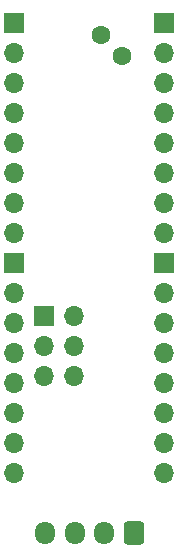
<source format=gbr>
%TF.GenerationSoftware,KiCad,Pcbnew,7.0.11-7.0.11~ubuntu22.04.1*%
%TF.CreationDate,2024-03-10T10:15:41+03:00*%
%TF.ProjectId,MDExt,4d444578-742e-46b6-9963-61645f706362,rev?*%
%TF.SameCoordinates,Original*%
%TF.FileFunction,Soldermask,Top*%
%TF.FilePolarity,Negative*%
%FSLAX46Y46*%
G04 Gerber Fmt 4.6, Leading zero omitted, Abs format (unit mm)*
G04 Created by KiCad (PCBNEW 7.0.11-7.0.11~ubuntu22.04.1) date 2024-03-10 10:15:41*
%MOMM*%
%LPD*%
G01*
G04 APERTURE LIST*
G04 Aperture macros list*
%AMRoundRect*
0 Rectangle with rounded corners*
0 $1 Rounding radius*
0 $2 $3 $4 $5 $6 $7 $8 $9 X,Y pos of 4 corners*
0 Add a 4 corners polygon primitive as box body*
4,1,4,$2,$3,$4,$5,$6,$7,$8,$9,$2,$3,0*
0 Add four circle primitives for the rounded corners*
1,1,$1+$1,$2,$3*
1,1,$1+$1,$4,$5*
1,1,$1+$1,$6,$7*
1,1,$1+$1,$8,$9*
0 Add four rect primitives between the rounded corners*
20,1,$1+$1,$2,$3,$4,$5,0*
20,1,$1+$1,$4,$5,$6,$7,0*
20,1,$1+$1,$6,$7,$8,$9,0*
20,1,$1+$1,$8,$9,$2,$3,0*%
G04 Aperture macros list end*
%ADD10RoundRect,0.250000X0.600000X0.725000X-0.600000X0.725000X-0.600000X-0.725000X0.600000X-0.725000X0*%
%ADD11O,1.700000X1.950000*%
%ADD12C,1.600000*%
%ADD13R,1.700000X1.700000*%
%ADD14O,1.700000X1.700000*%
G04 APERTURE END LIST*
D10*
%TO.C,J6*%
X53300000Y-83820000D03*
D11*
X50800000Y-83820000D03*
X48300000Y-83820000D03*
X45800000Y-83820000D03*
%TD*%
D12*
%TO.C,C1*%
X50551117Y-41661117D03*
X52318884Y-43428884D03*
%TD*%
D13*
%TO.C,J1*%
X43180000Y-60960000D03*
D14*
X43180000Y-63500000D03*
X43180000Y-66040000D03*
X43180000Y-68580000D03*
X43180000Y-71120000D03*
X43180000Y-73660000D03*
X43180000Y-76200000D03*
X43180000Y-78740000D03*
%TD*%
D13*
%TO.C,J5*%
X55880000Y-40640000D03*
D14*
X55880000Y-43180000D03*
X55880000Y-45720000D03*
X55880000Y-48260000D03*
X55880000Y-50800000D03*
X55880000Y-53340000D03*
X55880000Y-55880000D03*
X55880000Y-58420000D03*
%TD*%
D13*
%TO.C,J4*%
X43180000Y-40640000D03*
D14*
X43180000Y-43180000D03*
X43180000Y-45720000D03*
X43180000Y-48260000D03*
X43180000Y-50800000D03*
X43180000Y-53340000D03*
X43180000Y-55880000D03*
X43180000Y-58420000D03*
%TD*%
D13*
%TO.C,J2*%
X55880000Y-60960000D03*
D14*
X55880000Y-63500000D03*
X55880000Y-66040000D03*
X55880000Y-68580000D03*
X55880000Y-71120000D03*
X55880000Y-73660000D03*
X55880000Y-76200000D03*
X55880000Y-78740000D03*
%TD*%
D13*
%TO.C,J3*%
X45720000Y-65405000D03*
D14*
X48260000Y-65405000D03*
X45720000Y-67945000D03*
X48260000Y-67945000D03*
X45720000Y-70485000D03*
X48260000Y-70485000D03*
%TD*%
M02*

</source>
